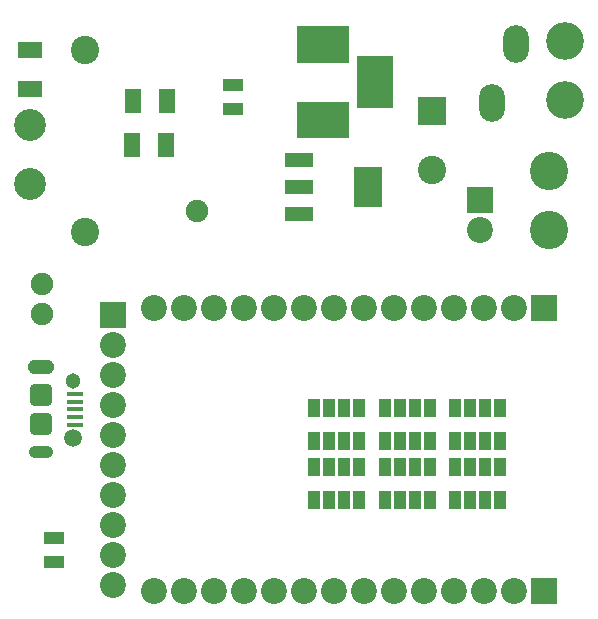
<source format=gbs>
G04 DipTrace 3.0.0.1*
G04 ESP32PWRREV1.GBS*
%MOMM*%
G04 #@! TF.FileFunction,Soldermask,Bot*
G04 #@! TF.Part,Single*
%AMOUTLINE1*
4,1,40,
0.95,-0.475,
0.9428,-0.55747,
0.92137,-0.63747,
0.88637,-0.7125,
0.83887,-0.78033,
0.78033,-0.83887,
0.7125,-0.88637,
0.63747,-0.92137,
0.55747,-0.9428,
0.475,-0.95,
-0.475,-0.95,
-0.55747,-0.9428,
-0.63747,-0.92137,
-0.7125,-0.88637,
-0.78033,-0.83887,
-0.83887,-0.78033,
-0.88637,-0.7125,
-0.92137,-0.63747,
-0.9428,-0.55747,
-0.95,-0.475,
-0.95,0.475,
-0.9428,0.55747,
-0.92137,0.63747,
-0.88637,0.7125,
-0.83887,0.78033,
-0.78033,0.83887,
-0.7125,0.88637,
-0.63747,0.92137,
-0.55747,0.9428,
-0.475,0.95,
0.475,0.95,
0.55747,0.9428,
0.63747,0.92137,
0.7125,0.88637,
0.78033,0.83887,
0.83887,0.78033,
0.88637,0.7125,
0.92137,0.63747,
0.9428,0.55747,
0.95,0.475,
0.95,-0.475,
0*%
%AMOUTLINE2*
4,1,4,
-0.675,-0.2,
0.675,-0.2,
0.675,0.2,
-0.675,0.2,
-0.675,-0.2,
0*%
%AMOUTLINE3*
4,1,20,
0.50757,-0.508,
0.68133,-0.4775,
0.8342,-0.38943,
0.94773,-0.2544,
1.0082,-0.08863,
1.00837,0.08777,
0.94817,0.2536,
0.83487,0.38887,
0.68217,0.4772,
0.50843,0.508,
-0.50757,0.508,
-0.68133,0.4775,
-0.8342,0.38943,
-0.94773,0.2544,
-1.0082,0.08863,
-1.00837,-0.08777,
-0.94817,-0.2536,
-0.83487,-0.38887,
-0.68217,-0.4772,
-0.50843,-0.508,
0.50757,-0.508,
0*%
%AMOUTLINE4*
4,1,20,
0.51628,-0.608,
0.71598,-0.57295,
0.8994,-0.46728,
1.03563,-0.30525,
1.10818,-0.10635,
1.10838,0.10531,
1.03615,0.3043,
0.9002,0.4666,
0.71698,0.57259,
0.51723,0.608,
-0.51628,0.608,
-0.71598,0.57295,
-0.8994,0.46728,
-1.03563,0.30525,
-1.10818,0.10635,
-1.10838,-0.10531,
-1.03615,-0.3043,
-0.9002,-0.4666,
-0.71698,-0.57259,
-0.51723,-0.608,
0.51628,-0.608,
0*%
%ADD22R,2.2X2.2*%
%ADD23C,2.2*%
%ADD28C,1.9*%
%ADD33C,1.304*%
%ADD46O,3.2402X3.2494*%
%ADD47O,3.2402X3.2505*%
%ADD59R,2.35X3.45*%
%ADD61R,2.35X1.15*%
%ADD63O,2.2X3.2*%
%ADD65R,1.1X1.6*%
%ADD69R,1.7X1.1*%
%ADD71C,2.7*%
%ADD73C,3.2*%
%ADD75C,1.504*%
%ADD77O,3.0X4.2*%
%ADD79O,4.2X3.0*%
%ADD85R,1.4X2.0*%
%ADD88R,2.0X1.4*%
%ADD92C,2.4*%
%ADD93R,2.4X2.4*%
%ADD105OUTLINE1*%
%ADD106OUTLINE2*%
%ADD107OUTLINE3*%
%ADD108OUTLINE4*%
%FSLAX35Y35*%
G04*
G71*
G90*
G75*
G01*
G04 BotMask*
%LPD*%
D93*
X3600000Y4220000D3*
D92*
X3600200Y3720000D3*
X660300Y4732100D3*
X660100Y3192200D3*
D28*
X300000Y2500000D3*
Y2754000D3*
G36*
X935000Y4095000D2*
D1*
Y4099992D1*
D1*
Y4095000D1*
G37*
G36*
X1005023Y4205016D2*
X1135022D1*
Y4395000D1*
X1005023D1*
Y4205016D1*
G37*
G36*
X1295009D2*
X1425008D1*
Y4395000D1*
X1295009D1*
Y4205016D1*
G37*
D85*
X1070000Y4300000D3*
X1360000D3*
G36*
X1485000Y4135000D2*
D1*
Y4130008D1*
D1*
Y4135000D1*
G37*
G36*
X1414977Y4024984D2*
X1284978D1*
Y3835000D1*
X1414977D1*
Y4024984D1*
G37*
G36*
X1124991D2*
X994992D1*
Y3835000D1*
X1124991D1*
Y4024984D1*
G37*
D85*
X1350000Y3930000D3*
X1060000D3*
D28*
X1616000Y3370000D3*
G36*
X2902039Y4933940D2*
X2457961D1*
Y4625005D1*
X2902039D1*
Y4933940D1*
G37*
G36*
Y4294935D2*
X2457961D1*
Y3986000D1*
X2902039D1*
Y4294935D1*
G37*
G36*
X3272500Y4682503D2*
X2963473D1*
Y4238525D1*
X3272500D1*
Y4682503D1*
G37*
D79*
X2680000Y4140000D3*
D77*
X3120000Y4460000D3*
D79*
X2680000Y4780000D3*
D105*
X289987Y1570000D3*
Y1810000D3*
D106*
X577487Y1625000D3*
Y1560000D3*
Y1690000D3*
Y1755000D3*
Y1820000D3*
D107*
X289987Y1327500D3*
D108*
Y2052500D3*
D75*
X562987Y1447500D3*
D33*
Y1932500D3*
D73*
X4730000Y4809920D3*
Y4309920D3*
D71*
X200000Y4100000D3*
Y3600000D3*
G36*
X325000Y655015D2*
X485000D1*
Y554985D1*
X325000D1*
Y655015D1*
G37*
G36*
Y445015D2*
X485000D1*
Y344985D1*
X325000D1*
Y445015D1*
G37*
D69*
X405000Y605000D3*
Y395000D3*
D65*
X3800000Y1700000D3*
Y1420000D3*
X3927000Y1700000D3*
Y1420000D3*
X4054000Y1700000D3*
Y1420000D3*
X4181000Y1700000D3*
Y1420000D3*
X3800000Y1200000D3*
Y920000D3*
X3927000Y1200000D3*
Y920000D3*
X4054000Y1200000D3*
Y920000D3*
X4181000Y1200000D3*
Y920000D3*
X3200000Y1700000D3*
Y1420000D3*
X3327000Y1700000D3*
Y1420000D3*
X3454000Y1700000D3*
Y1420000D3*
X3581000Y1700000D3*
Y1420000D3*
X3200000Y1200000D3*
Y920000D3*
X3327000Y1200000D3*
Y920000D3*
X3454000Y1200000D3*
Y920000D3*
X3581000Y1200000D3*
Y920000D3*
X2600000Y1700000D3*
Y1420000D3*
X2727000Y1700000D3*
Y1420000D3*
X2854000Y1700000D3*
Y1420000D3*
X2981000Y1700000D3*
Y1420000D3*
X2600000Y1200000D3*
Y920000D3*
X2727000Y1200000D3*
Y920000D3*
X2854000Y1200000D3*
Y920000D3*
X2981000Y1200000D3*
Y920000D3*
G36*
X1840000Y4490015D2*
X2000000D1*
Y4389985D1*
X1840000D1*
Y4490015D1*
G37*
G36*
Y4280015D2*
X2000000D1*
Y4179985D1*
X1840000D1*
Y4280015D1*
G37*
D69*
X1920000Y4440000D3*
Y4230000D3*
D63*
X4110000Y4279948D3*
X4310000Y4779948D3*
D88*
X200000Y4400000D3*
Y4730000D3*
D61*
X2480000Y3340000D3*
Y3570000D3*
Y3800000D3*
D59*
X3060000Y3570000D3*
D22*
X4010000Y3460000D3*
D23*
Y3206000D3*
D47*
X4589990Y3711515D3*
D46*
X4588970Y3210520D3*
D73*
X4590000Y3710000D3*
Y3210000D3*
D22*
X900000Y2493000D3*
D23*
Y2239000D3*
Y1985000D3*
Y1731000D3*
Y1477000D3*
Y1223000D3*
Y969000D3*
Y715000D3*
Y461000D3*
Y207000D3*
D22*
X4551000Y2550000D3*
D23*
X4297000D3*
X4043000D3*
X3789000D3*
X3535000D3*
X3281000D3*
X3027000D3*
X2773000D3*
X2519000D3*
X2265000D3*
X2011000D3*
X1757000D3*
X1503000D3*
X1249000D3*
D22*
X4551000Y150000D3*
D23*
X4297000D3*
X4043000D3*
X3789000D3*
X3535000D3*
X3281000D3*
X3027000D3*
X2773000D3*
X2519000D3*
X2265000D3*
X2011000D3*
X1757000D3*
X1503000D3*
X1249000D3*
M02*

</source>
